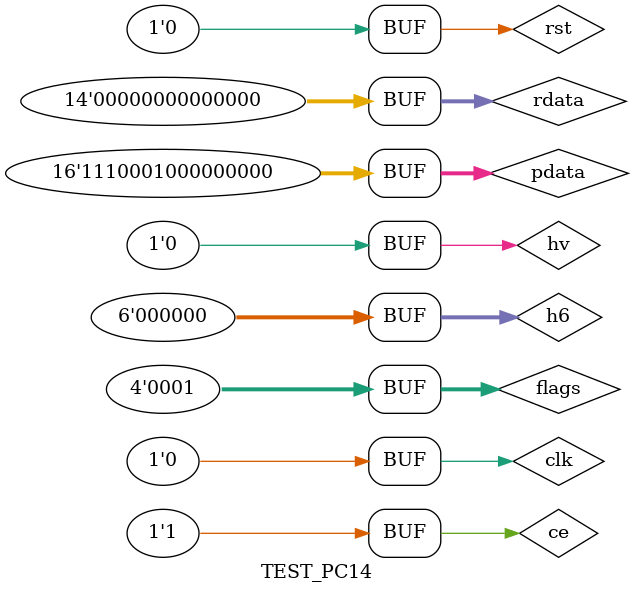
<source format=v>
`timescale 1ns / 1ps
module TEST_PC14;

	// Inputs
	reg [15:0] pdata;
	reg [13:0] rdata;
	reg [3:0] flags;
	reg hv;
	reg [5:0] h6;
	reg ce;
	reg clk;
	reg rst;

	// Outputs
	wire [13:0] paddr;

	// Instantiate the Unit Under Test (UUT)
	PC14 uut (
		.paddr(paddr), 
		.pdata(pdata), 
		.rdata(rdata), 
		.flags(flags), 
		.hv(hv), 
		.h6(h6), 
		.ce(ce), 
		.clk(clk), 
		.rst(rst)
	);

	initial begin
		// Initialize Inputs
		pdata = 0;
		rdata = 0;
		flags = 1;	// always flag set
		hv = 0;
		h6 = 0;
		ce = 1;
		clk = 0;
		rst = 0;

		// Wait 100 ns for global reset to finish
		#100;
      // Reset
		#5 clk = 0; rst = 1;
		#5 clk = 1;
		// Test
		#5 clk = 0; pdata = 16'h4010; rst = 0;	// JMP 
		#5 clk = 1;
		#5 clk = 0; pdata = 16'h0111;	// CALL
		#5 clk = 1;
		#5 clk = 0; pdata = 16'h0222;	// CALL
		#5 clk = 1;
		#5 clk = 0; pdata = 16'hE200;	// NOP (OR R0,R0)
		#5 clk = 1;
		#5 clk = 0; pdata = 16'h5000;	// RET
		#5 clk = 1;
		#5 clk = 0; pdata = 16'hE200;	// NOP (OR R0,R0)
		#5 clk = 1;
		#5 clk = 0; pdata = 16'h5000;	// RET
		#5 clk = 1;
		#5 clk = 0; pdata = 16'h6800;	// REP 2 
		#5 clk = 1;
		#5 clk = 0; pdata = 16'hE200;	// NOP (OR R0,R0)
		#5 clk = 1;
		#5 clk = 0; pdata = 16'hE200;	// NOP (OR R0,R0)
		#5 clk = 1;
		#5 clk = 0; pdata = 16'h4410;	// JV 
		#5 clk = 1;
		#5 clk = 0; pdata = 16'h4610;	// JNV 
		#5 clk = 1;
		#5 clk = 0; pdata = 16'hAD01;	// LDH 
		#5 clk = 1;
		#5 clk = 0; pdata = 16'h4610; hv = 1; h6 = 1;	// JNV 
		#5 clk = 1;
		#5 clk = 0; pdata = 16'h6400; hv = 0; h6 = 0; rdata = 16'h0333;	// STRA 
		#5 clk = 1;
		#5 clk = 0; pdata = 16'hE200;	// NOP - required before return
		#5 clk = 1;
		#5 clk = 0; pdata = 16'h5000;	rdata = 0;	// RET 
		#5 clk = 1;
		#5 clk = 0; pdata = 16'hE200;	// NOP 
		#5 clk = 1;
		#5 clk = 0;
	end
      
endmodule


</source>
